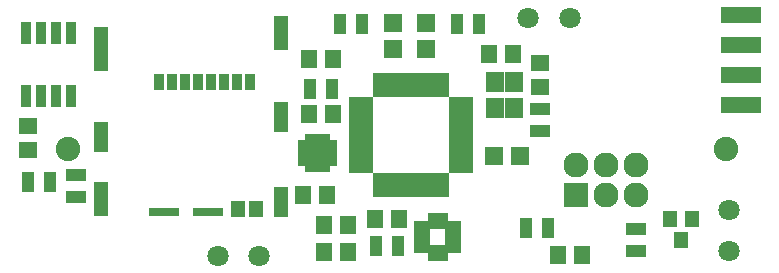
<source format=gbr>
G04 #@! TF.FileFunction,Soldermask,Top*
%FSLAX46Y46*%
G04 Gerber Fmt 4.6, Leading zero omitted, Abs format (unit mm)*
G04 Created by KiCad (PCBNEW 4.0.7-e2-6376~58~ubuntu16.04.1) date Mon Apr 16 12:32:01 2018*
%MOMM*%
%LPD*%
G01*
G04 APERTURE LIST*
%ADD10C,0.100000*%
%ADD11C,1.797000*%
%ADD12C,2.070000*%
%ADD13R,0.900000X1.400000*%
%ADD14R,1.150000X3.700000*%
%ADD15R,1.150000X2.500000*%
%ADD16R,1.150000X3.000000*%
%ADD17R,1.250000X2.900000*%
%ADD18R,2.500000X0.800000*%
%ADD19R,1.300000X1.350000*%
%ADD20R,1.200000X1.350000*%
%ADD21R,2.000000X0.950000*%
%ADD22R,0.950000X2.000000*%
%ADD23R,1.400000X1.650000*%
%ADD24R,1.650000X1.400000*%
%ADD25R,1.600000X1.600000*%
%ADD26R,2.127200X2.127200*%
%ADD27O,2.127200X2.127200*%
%ADD28R,1.100000X1.700000*%
%ADD29R,1.700000X1.100000*%
%ADD30R,1.600000X1.800000*%
%ADD31R,1.365200X0.704800*%
%ADD32R,0.704800X1.365200*%
%ADD33R,0.958800X1.949400*%
%ADD34R,1.202000X1.372000*%
%ADD35R,0.700000X0.800000*%
%ADD36R,0.800000X0.700000*%
%ADD37R,2.000000X2.000000*%
%ADD38R,3.400000X1.400000*%
G04 APERTURE END LIST*
D10*
D11*
X124615000Y-75001000D03*
X128115000Y-75001000D03*
D12*
X111940000Y-65976500D03*
X167640000Y-65976500D03*
D11*
X154432000Y-54864000D03*
X150932000Y-54864000D03*
D13*
X119643500Y-60310500D03*
D14*
X114753500Y-57510500D03*
D13*
X120743500Y-60310500D03*
X121843500Y-60310500D03*
X122943500Y-60310500D03*
X124043500Y-60310500D03*
X125143500Y-60310500D03*
X126243500Y-60310500D03*
X127343500Y-60310500D03*
D15*
X114753500Y-64960500D03*
D16*
X114753500Y-70210500D03*
D17*
X129953500Y-56110500D03*
D15*
X130003500Y-63230500D03*
X130003500Y-70460500D03*
D18*
X120078500Y-71310500D03*
X123778500Y-71310500D03*
D19*
X126338500Y-71035500D03*
D20*
X127828500Y-71035500D03*
D11*
X167950000Y-71120000D03*
X167950000Y-74620000D03*
D21*
X145220000Y-67570000D03*
X145220000Y-66770000D03*
X145220000Y-65970000D03*
X145220000Y-65170000D03*
X145220000Y-64370000D03*
X145220000Y-63570000D03*
X145220000Y-62770000D03*
X145220000Y-61970000D03*
D22*
X143770000Y-60520000D03*
X142970000Y-60520000D03*
X142170000Y-60520000D03*
X141370000Y-60520000D03*
X140570000Y-60520000D03*
X139770000Y-60520000D03*
X138970000Y-60520000D03*
X138170000Y-60520000D03*
D21*
X136720000Y-61970000D03*
X136720000Y-62770000D03*
X136720000Y-63570000D03*
X136720000Y-64370000D03*
X136720000Y-65170000D03*
X136720000Y-65970000D03*
X136720000Y-66770000D03*
X136720000Y-67570000D03*
D22*
X138170000Y-69020000D03*
X138970000Y-69020000D03*
X139770000Y-69020000D03*
X140570000Y-69020000D03*
X141370000Y-69020000D03*
X142170000Y-69020000D03*
X142970000Y-69020000D03*
X143770000Y-69020000D03*
D23*
X135620000Y-74676000D03*
X133620000Y-74676000D03*
X139938000Y-71882000D03*
X137938000Y-71882000D03*
X153432000Y-74930000D03*
X155432000Y-74930000D03*
D24*
X108585000Y-64024000D03*
X108585000Y-66024000D03*
D23*
X134350000Y-58293000D03*
X132350000Y-58293000D03*
D24*
X151892000Y-60690000D03*
X151892000Y-58690000D03*
D23*
X147590000Y-57912000D03*
X149590000Y-57912000D03*
D25*
X147998000Y-66548000D03*
X150198000Y-66548000D03*
X142240000Y-57488000D03*
X142240000Y-55288000D03*
X139446000Y-57488000D03*
X139446000Y-55288000D03*
D26*
X154940000Y-69850000D03*
D27*
X154940000Y-67310000D03*
X157480000Y-69850000D03*
X157480000Y-67310000D03*
X160020000Y-69850000D03*
X160020000Y-67310000D03*
D28*
X139888000Y-74168000D03*
X137988000Y-74168000D03*
D29*
X151892000Y-64450000D03*
X151892000Y-62550000D03*
D28*
X144846000Y-55372000D03*
X146746000Y-55372000D03*
X136840000Y-55372000D03*
X134940000Y-55372000D03*
X132400000Y-60833000D03*
X134300000Y-60833000D03*
D29*
X160020000Y-72710000D03*
X160020000Y-74610000D03*
D28*
X152588000Y-72644000D03*
X150688000Y-72644000D03*
D30*
X149682000Y-62484000D03*
X149682000Y-60284000D03*
X148082000Y-60284000D03*
X148082000Y-62484000D03*
D29*
X112649000Y-68138000D03*
X112649000Y-70038000D03*
D28*
X110424000Y-68707000D03*
X108524000Y-68707000D03*
D31*
X141935200Y-72405999D03*
X141935200Y-72906001D03*
X141935200Y-73406000D03*
X141935200Y-73905999D03*
X141935200Y-74406001D03*
D32*
X142756001Y-74726800D03*
X143256000Y-74726800D03*
X143755999Y-74726800D03*
D31*
X144576800Y-74406001D03*
X144576800Y-73905999D03*
X144576800Y-73406000D03*
X144576800Y-72906001D03*
X144576800Y-72405999D03*
D32*
X143755999Y-72085200D03*
X143256000Y-72085200D03*
X142756001Y-72085200D03*
D33*
X108394500Y-61480700D03*
X109664500Y-61480700D03*
X110934500Y-61480700D03*
X112204500Y-61480700D03*
X112204500Y-56121300D03*
X110934500Y-56121300D03*
X109664500Y-56121300D03*
X108394500Y-56121300D03*
D34*
X162880000Y-71890000D03*
X163830000Y-73660000D03*
X164780000Y-71890000D03*
D23*
X133858000Y-69850000D03*
X131858000Y-69850000D03*
X135620000Y-72390000D03*
X133620000Y-72390000D03*
X134350000Y-62992000D03*
X132350000Y-62992000D03*
D35*
X133816000Y-64982000D03*
X133316000Y-64982000D03*
X132816000Y-64982000D03*
X132316000Y-64982000D03*
X132316000Y-67582000D03*
X132816000Y-67582000D03*
X133316000Y-67582000D03*
X133816000Y-67582000D03*
D36*
X134366000Y-67032000D03*
X134366000Y-66532000D03*
X134366000Y-66032000D03*
X134366000Y-65532000D03*
D37*
X133066000Y-66282000D03*
D36*
X131766000Y-65532000D03*
X131766000Y-66032000D03*
X131766000Y-66532000D03*
X131766000Y-67032000D03*
D38*
X168910000Y-62230000D03*
X168910000Y-59690000D03*
X168910000Y-57150000D03*
X168910000Y-54610000D03*
M02*

</source>
